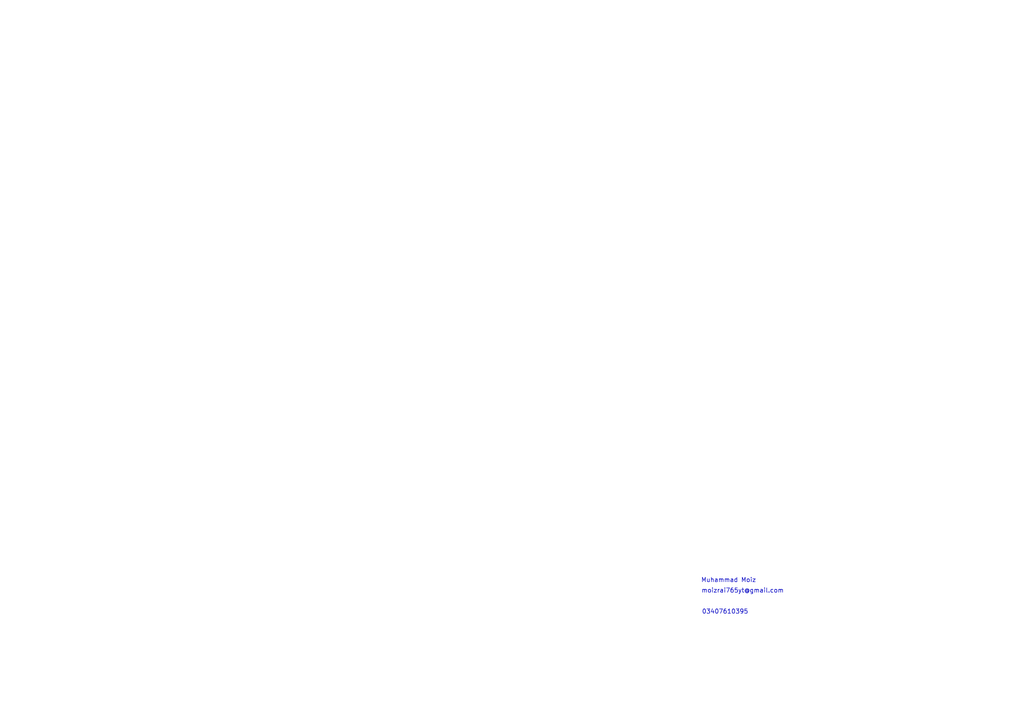
<source format=kicad_sch>
(kicad_sch
	(version 20231120)
	(generator "eeschema")
	(generator_version "8.0")
	(uuid "e63e39d7-6ac0-4ffd-8aa3-1841a4541b55")
	(paper "A4")
	(title_block
		(title "Example Project")
		(date "15 nov 2012")
		(rev "rev01")
		(company "coVenture")
	)
	(lib_symbols)
	(text "Muhammad Moiz\n"
		(exclude_from_sim no)
		(at 211.328 168.402 0)
		(effects
			(font
				(size 1.27 1.27)
			)
		)
		(uuid "26daaf6d-e6b0-4cd7-8cb0-046963eb4f4d")
	)
	(text "moizrai765yt@gmail.com\n"
		(exclude_from_sim no)
		(at 215.392 171.45 0)
		(effects
			(font
				(size 1.27 1.27)
			)
		)
		(uuid "42c038f8-f2ce-474b-b44a-26bca8e7a6ac")
	)
	(text "03407610395\n"
		(exclude_from_sim no)
		(at 210.312 177.546 0)
		(effects
			(font
				(size 1.27 1.27)
			)
		)
		(uuid "bfae0847-1e56-4f0e-a31a-5f8ee1dfec13")
	)
	(sheet_instances
		(path "/"
			(page "1")
		)
	)
)

</source>
